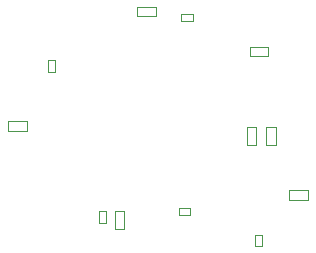
<source format=gbr>
%TF.GenerationSoftware,Altium Limited,Altium Designer,25.8.1 (18)*%
G04 Layer_Color=32896*
%FSLAX45Y45*%
%MOMM*%
%TF.SameCoordinates,E40C52F6-B12D-486C-AAC2-1DB2447C0C70*%
%TF.FilePolarity,Positive*%
%TF.FileFunction,Other,Bottom_Component_Outline*%
%TF.Part,Single*%
G01*
G75*
%TA.AperFunction,NonConductor*%
%ADD64C,0.10000*%
D64*
X4995941Y4317802D02*
X5155941D01*
Y4397801D01*
X4995941Y4317802D02*
Y4397801D01*
X5155941D01*
X6090079Y5370945D02*
X6250079D01*
X6090079Y5290945D02*
Y5370945D01*
X6250079Y5290945D02*
Y5370945D01*
X6090079Y5290945D02*
X6250079D01*
X5979316Y3486280D02*
Y3636279D01*
X5899541D02*
X5979316D01*
X5899541Y3588779D02*
Y3636279D01*
Y3486280D02*
X5979316D01*
X5899541D02*
Y3588779D01*
X7047540Y5030945D02*
X7197540D01*
X7047540Y4951169D02*
Y5030945D01*
Y4951169D02*
X7095040D01*
X7197540D02*
Y5030945D01*
X7095040Y4951169D02*
X7197540D01*
X7181290Y4200300D02*
Y4350300D01*
Y4200300D02*
X7261066D01*
Y4247800D01*
X7181290Y4350300D02*
X7261066D01*
Y4247800D02*
Y4350300D01*
X7017401Y4200300D02*
Y4350300D01*
Y4200300D02*
X7097177D01*
Y4247800D01*
X7017401Y4350300D02*
X7097177D01*
Y4247800D02*
Y4350300D01*
X5330000Y4817801D02*
X5390000D01*
Y4917801D01*
X5330000D02*
X5390000D01*
X5330000Y4817801D02*
Y4917801D01*
X6563079Y5247054D02*
Y5307054D01*
X6463079D02*
X6563079D01*
X6463079Y5247054D02*
Y5307054D01*
Y5247054D02*
X6563079D01*
X7084747Y3340000D02*
Y3440000D01*
X7144747D01*
Y3340000D02*
Y3440000D01*
X7084747Y3340000D02*
X7144747D01*
X6440079Y3666279D02*
X6540079D01*
Y3606279D02*
Y3666279D01*
X6440079Y3606279D02*
X6540079D01*
X6440079D02*
Y3666279D01*
X5765080Y3541280D02*
Y3641279D01*
X5825080D01*
Y3541280D02*
Y3641279D01*
X5765080Y3541280D02*
X5825080D01*
X7372577Y3735301D02*
X7532577D01*
Y3815300D01*
X7372577D02*
X7532577D01*
X7372577Y3735301D02*
Y3815300D01*
%TF.MD5,f30c5c89683ff5e54152e44d3c84ccfc*%
M02*

</source>
